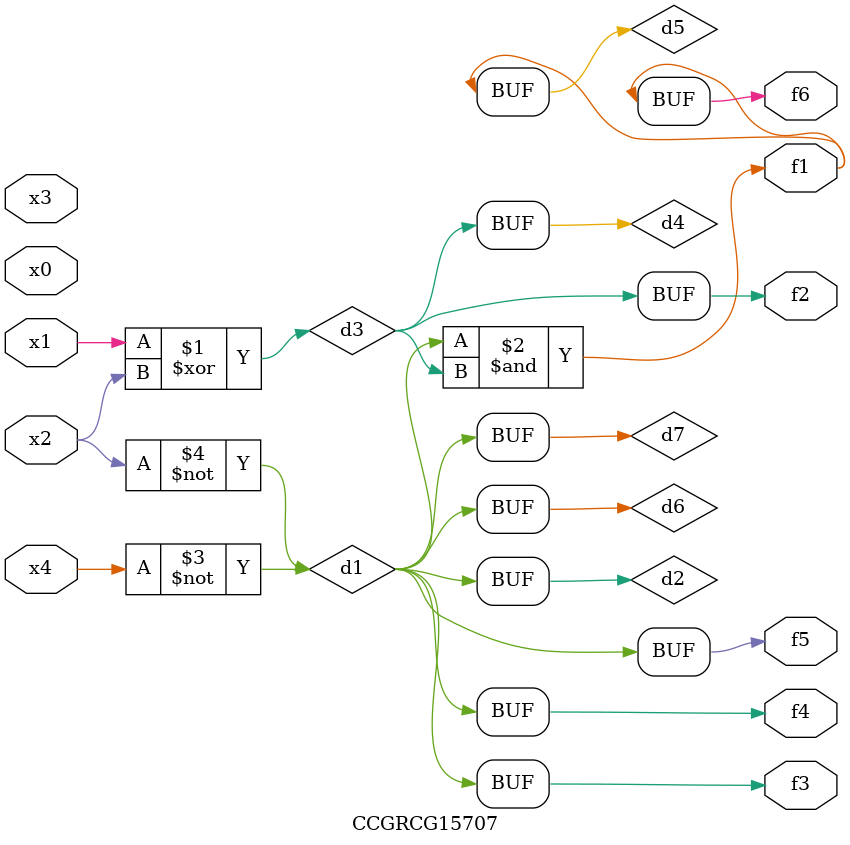
<source format=v>
module CCGRCG15707(
	input x0, x1, x2, x3, x4,
	output f1, f2, f3, f4, f5, f6
);

	wire d1, d2, d3, d4, d5, d6, d7;

	not (d1, x4);
	not (d2, x2);
	xor (d3, x1, x2);
	buf (d4, d3);
	and (d5, d1, d3);
	buf (d6, d1, d2);
	buf (d7, d2);
	assign f1 = d5;
	assign f2 = d4;
	assign f3 = d7;
	assign f4 = d7;
	assign f5 = d7;
	assign f6 = d5;
endmodule

</source>
